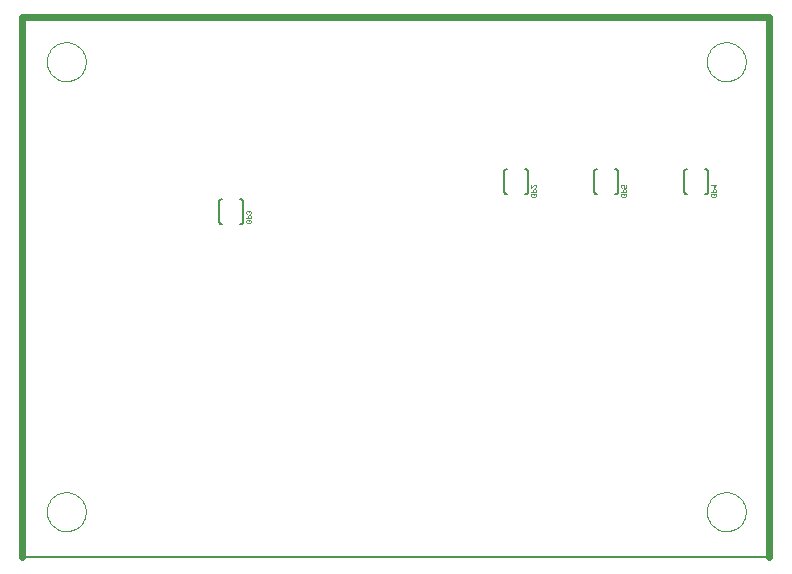
<source format=gbo>
G75*
%MOIN*%
%OFA0B0*%
%FSLAX24Y24*%
%IPPOS*%
%LPD*%
%AMOC8*
5,1,8,0,0,1.08239X$1,22.5*
%
%ADD10C,0.0080*%
%ADD11C,0.0240*%
%ADD12C,0.0000*%
%ADD13C,0.0010*%
D10*
X006373Y004935D02*
X031273Y004935D01*
X029233Y017110D02*
X029233Y017760D01*
X029231Y017777D01*
X029227Y017794D01*
X029220Y017810D01*
X029210Y017824D01*
X029197Y017837D01*
X029183Y017847D01*
X029167Y017854D01*
X029150Y017858D01*
X029133Y017860D01*
X028533Y017860D02*
X028516Y017858D01*
X028499Y017854D01*
X028483Y017847D01*
X028469Y017837D01*
X028456Y017824D01*
X028446Y017810D01*
X028439Y017794D01*
X028435Y017777D01*
X028433Y017760D01*
X028433Y017110D01*
X028435Y017093D01*
X028439Y017076D01*
X028446Y017060D01*
X028456Y017046D01*
X028469Y017033D01*
X028483Y017023D01*
X028499Y017016D01*
X028516Y017012D01*
X028533Y017010D01*
X029133Y017010D02*
X029150Y017012D01*
X029167Y017016D01*
X029183Y017023D01*
X029197Y017033D01*
X029210Y017046D01*
X029220Y017060D01*
X029227Y017076D01*
X029231Y017093D01*
X029233Y017110D01*
X026233Y017110D02*
X026233Y017760D01*
X026231Y017777D01*
X026227Y017794D01*
X026220Y017810D01*
X026210Y017824D01*
X026197Y017837D01*
X026183Y017847D01*
X026167Y017854D01*
X026150Y017858D01*
X026133Y017860D01*
X025533Y017860D02*
X025516Y017858D01*
X025499Y017854D01*
X025483Y017847D01*
X025469Y017837D01*
X025456Y017824D01*
X025446Y017810D01*
X025439Y017794D01*
X025435Y017777D01*
X025433Y017760D01*
X025433Y017110D01*
X025435Y017093D01*
X025439Y017076D01*
X025446Y017060D01*
X025456Y017046D01*
X025469Y017033D01*
X025483Y017023D01*
X025499Y017016D01*
X025516Y017012D01*
X025533Y017010D01*
X026133Y017010D02*
X026150Y017012D01*
X026167Y017016D01*
X026183Y017023D01*
X026197Y017033D01*
X026210Y017046D01*
X026220Y017060D01*
X026227Y017076D01*
X026231Y017093D01*
X026233Y017110D01*
X023233Y017110D02*
X023233Y017760D01*
X023231Y017777D01*
X023227Y017794D01*
X023220Y017810D01*
X023210Y017824D01*
X023197Y017837D01*
X023183Y017847D01*
X023167Y017854D01*
X023150Y017858D01*
X023133Y017860D01*
X022533Y017860D02*
X022516Y017858D01*
X022499Y017854D01*
X022483Y017847D01*
X022469Y017837D01*
X022456Y017824D01*
X022446Y017810D01*
X022439Y017794D01*
X022435Y017777D01*
X022433Y017760D01*
X022433Y017110D01*
X022435Y017093D01*
X022439Y017076D01*
X022446Y017060D01*
X022456Y017046D01*
X022469Y017033D01*
X022483Y017023D01*
X022499Y017016D01*
X022516Y017012D01*
X022533Y017010D01*
X023133Y017010D02*
X023150Y017012D01*
X023167Y017016D01*
X023183Y017023D01*
X023197Y017033D01*
X023210Y017046D01*
X023220Y017060D01*
X023227Y017076D01*
X023231Y017093D01*
X023233Y017110D01*
X013733Y016760D02*
X013733Y016110D01*
X013731Y016093D01*
X013727Y016076D01*
X013720Y016060D01*
X013710Y016046D01*
X013697Y016033D01*
X013683Y016023D01*
X013667Y016016D01*
X013650Y016012D01*
X013633Y016010D01*
X013033Y016010D02*
X013016Y016012D01*
X012999Y016016D01*
X012983Y016023D01*
X012969Y016033D01*
X012956Y016046D01*
X012946Y016060D01*
X012939Y016076D01*
X012935Y016093D01*
X012933Y016110D01*
X012933Y016760D01*
X012935Y016777D01*
X012939Y016794D01*
X012946Y016810D01*
X012956Y016824D01*
X012969Y016837D01*
X012983Y016847D01*
X012999Y016854D01*
X013016Y016858D01*
X013033Y016860D01*
X013633Y016860D02*
X013650Y016858D01*
X013667Y016854D01*
X013683Y016847D01*
X013697Y016837D01*
X013710Y016824D01*
X013720Y016810D01*
X013727Y016794D01*
X013731Y016777D01*
X013733Y016760D01*
D11*
X006373Y022931D02*
X006373Y004935D01*
X006373Y022931D02*
X031273Y022931D01*
X031273Y004935D01*
D12*
X029183Y006435D02*
X029185Y006485D01*
X029191Y006535D01*
X029201Y006585D01*
X029214Y006633D01*
X029231Y006681D01*
X029252Y006727D01*
X029276Y006771D01*
X029304Y006813D01*
X029335Y006853D01*
X029369Y006890D01*
X029406Y006925D01*
X029445Y006956D01*
X029486Y006985D01*
X029530Y007010D01*
X029576Y007032D01*
X029623Y007050D01*
X029671Y007064D01*
X029720Y007075D01*
X029770Y007082D01*
X029820Y007085D01*
X029871Y007084D01*
X029921Y007079D01*
X029971Y007070D01*
X030019Y007058D01*
X030067Y007041D01*
X030113Y007021D01*
X030158Y006998D01*
X030201Y006971D01*
X030241Y006941D01*
X030279Y006908D01*
X030314Y006872D01*
X030347Y006833D01*
X030376Y006792D01*
X030402Y006749D01*
X030425Y006704D01*
X030444Y006657D01*
X030459Y006609D01*
X030471Y006560D01*
X030479Y006510D01*
X030483Y006460D01*
X030483Y006410D01*
X030479Y006360D01*
X030471Y006310D01*
X030459Y006261D01*
X030444Y006213D01*
X030425Y006166D01*
X030402Y006121D01*
X030376Y006078D01*
X030347Y006037D01*
X030314Y005998D01*
X030279Y005962D01*
X030241Y005929D01*
X030201Y005899D01*
X030158Y005872D01*
X030113Y005849D01*
X030067Y005829D01*
X030019Y005812D01*
X029971Y005800D01*
X029921Y005791D01*
X029871Y005786D01*
X029820Y005785D01*
X029770Y005788D01*
X029720Y005795D01*
X029671Y005806D01*
X029623Y005820D01*
X029576Y005838D01*
X029530Y005860D01*
X029486Y005885D01*
X029445Y005914D01*
X029406Y005945D01*
X029369Y005980D01*
X029335Y006017D01*
X029304Y006057D01*
X029276Y006099D01*
X029252Y006143D01*
X029231Y006189D01*
X029214Y006237D01*
X029201Y006285D01*
X029191Y006335D01*
X029185Y006385D01*
X029183Y006435D01*
X029183Y021435D02*
X029185Y021485D01*
X029191Y021535D01*
X029201Y021585D01*
X029214Y021633D01*
X029231Y021681D01*
X029252Y021727D01*
X029276Y021771D01*
X029304Y021813D01*
X029335Y021853D01*
X029369Y021890D01*
X029406Y021925D01*
X029445Y021956D01*
X029486Y021985D01*
X029530Y022010D01*
X029576Y022032D01*
X029623Y022050D01*
X029671Y022064D01*
X029720Y022075D01*
X029770Y022082D01*
X029820Y022085D01*
X029871Y022084D01*
X029921Y022079D01*
X029971Y022070D01*
X030019Y022058D01*
X030067Y022041D01*
X030113Y022021D01*
X030158Y021998D01*
X030201Y021971D01*
X030241Y021941D01*
X030279Y021908D01*
X030314Y021872D01*
X030347Y021833D01*
X030376Y021792D01*
X030402Y021749D01*
X030425Y021704D01*
X030444Y021657D01*
X030459Y021609D01*
X030471Y021560D01*
X030479Y021510D01*
X030483Y021460D01*
X030483Y021410D01*
X030479Y021360D01*
X030471Y021310D01*
X030459Y021261D01*
X030444Y021213D01*
X030425Y021166D01*
X030402Y021121D01*
X030376Y021078D01*
X030347Y021037D01*
X030314Y020998D01*
X030279Y020962D01*
X030241Y020929D01*
X030201Y020899D01*
X030158Y020872D01*
X030113Y020849D01*
X030067Y020829D01*
X030019Y020812D01*
X029971Y020800D01*
X029921Y020791D01*
X029871Y020786D01*
X029820Y020785D01*
X029770Y020788D01*
X029720Y020795D01*
X029671Y020806D01*
X029623Y020820D01*
X029576Y020838D01*
X029530Y020860D01*
X029486Y020885D01*
X029445Y020914D01*
X029406Y020945D01*
X029369Y020980D01*
X029335Y021017D01*
X029304Y021057D01*
X029276Y021099D01*
X029252Y021143D01*
X029231Y021189D01*
X029214Y021237D01*
X029201Y021285D01*
X029191Y021335D01*
X029185Y021385D01*
X029183Y021435D01*
X007183Y021435D02*
X007185Y021485D01*
X007191Y021535D01*
X007201Y021585D01*
X007214Y021633D01*
X007231Y021681D01*
X007252Y021727D01*
X007276Y021771D01*
X007304Y021813D01*
X007335Y021853D01*
X007369Y021890D01*
X007406Y021925D01*
X007445Y021956D01*
X007486Y021985D01*
X007530Y022010D01*
X007576Y022032D01*
X007623Y022050D01*
X007671Y022064D01*
X007720Y022075D01*
X007770Y022082D01*
X007820Y022085D01*
X007871Y022084D01*
X007921Y022079D01*
X007971Y022070D01*
X008019Y022058D01*
X008067Y022041D01*
X008113Y022021D01*
X008158Y021998D01*
X008201Y021971D01*
X008241Y021941D01*
X008279Y021908D01*
X008314Y021872D01*
X008347Y021833D01*
X008376Y021792D01*
X008402Y021749D01*
X008425Y021704D01*
X008444Y021657D01*
X008459Y021609D01*
X008471Y021560D01*
X008479Y021510D01*
X008483Y021460D01*
X008483Y021410D01*
X008479Y021360D01*
X008471Y021310D01*
X008459Y021261D01*
X008444Y021213D01*
X008425Y021166D01*
X008402Y021121D01*
X008376Y021078D01*
X008347Y021037D01*
X008314Y020998D01*
X008279Y020962D01*
X008241Y020929D01*
X008201Y020899D01*
X008158Y020872D01*
X008113Y020849D01*
X008067Y020829D01*
X008019Y020812D01*
X007971Y020800D01*
X007921Y020791D01*
X007871Y020786D01*
X007820Y020785D01*
X007770Y020788D01*
X007720Y020795D01*
X007671Y020806D01*
X007623Y020820D01*
X007576Y020838D01*
X007530Y020860D01*
X007486Y020885D01*
X007445Y020914D01*
X007406Y020945D01*
X007369Y020980D01*
X007335Y021017D01*
X007304Y021057D01*
X007276Y021099D01*
X007252Y021143D01*
X007231Y021189D01*
X007214Y021237D01*
X007201Y021285D01*
X007191Y021335D01*
X007185Y021385D01*
X007183Y021435D01*
X007183Y006435D02*
X007185Y006485D01*
X007191Y006535D01*
X007201Y006585D01*
X007214Y006633D01*
X007231Y006681D01*
X007252Y006727D01*
X007276Y006771D01*
X007304Y006813D01*
X007335Y006853D01*
X007369Y006890D01*
X007406Y006925D01*
X007445Y006956D01*
X007486Y006985D01*
X007530Y007010D01*
X007576Y007032D01*
X007623Y007050D01*
X007671Y007064D01*
X007720Y007075D01*
X007770Y007082D01*
X007820Y007085D01*
X007871Y007084D01*
X007921Y007079D01*
X007971Y007070D01*
X008019Y007058D01*
X008067Y007041D01*
X008113Y007021D01*
X008158Y006998D01*
X008201Y006971D01*
X008241Y006941D01*
X008279Y006908D01*
X008314Y006872D01*
X008347Y006833D01*
X008376Y006792D01*
X008402Y006749D01*
X008425Y006704D01*
X008444Y006657D01*
X008459Y006609D01*
X008471Y006560D01*
X008479Y006510D01*
X008483Y006460D01*
X008483Y006410D01*
X008479Y006360D01*
X008471Y006310D01*
X008459Y006261D01*
X008444Y006213D01*
X008425Y006166D01*
X008402Y006121D01*
X008376Y006078D01*
X008347Y006037D01*
X008314Y005998D01*
X008279Y005962D01*
X008241Y005929D01*
X008201Y005899D01*
X008158Y005872D01*
X008113Y005849D01*
X008067Y005829D01*
X008019Y005812D01*
X007971Y005800D01*
X007921Y005791D01*
X007871Y005786D01*
X007820Y005785D01*
X007770Y005788D01*
X007720Y005795D01*
X007671Y005806D01*
X007623Y005820D01*
X007576Y005838D01*
X007530Y005860D01*
X007486Y005885D01*
X007445Y005914D01*
X007406Y005945D01*
X007369Y005980D01*
X007335Y006017D01*
X007304Y006057D01*
X007276Y006099D01*
X007252Y006143D01*
X007231Y006189D01*
X007214Y006237D01*
X007201Y006285D01*
X007191Y006335D01*
X007185Y006385D01*
X007183Y006435D01*
D13*
X013863Y016065D02*
X013838Y016090D01*
X013838Y016140D01*
X013863Y016165D01*
X013913Y016165D01*
X013913Y016115D01*
X013963Y016065D02*
X013863Y016065D01*
X013963Y016065D02*
X013988Y016090D01*
X013988Y016140D01*
X013963Y016165D01*
X013988Y016212D02*
X013988Y016287D01*
X013963Y016312D01*
X013913Y016312D01*
X013888Y016287D01*
X013888Y016212D01*
X013838Y016212D02*
X013988Y016212D01*
X013963Y016360D02*
X013988Y016385D01*
X013988Y016435D01*
X013963Y016460D01*
X013938Y016460D01*
X013913Y016435D01*
X013888Y016460D01*
X013863Y016460D01*
X013838Y016435D01*
X013838Y016385D01*
X013863Y016360D01*
X013913Y016410D02*
X013913Y016435D01*
X023338Y016965D02*
X023338Y017015D01*
X023363Y017040D01*
X023413Y017040D01*
X023413Y016990D01*
X023363Y016940D02*
X023338Y016965D01*
X023363Y016940D02*
X023463Y016940D01*
X023488Y016965D01*
X023488Y017015D01*
X023463Y017040D01*
X023488Y017087D02*
X023338Y017087D01*
X023388Y017087D02*
X023388Y017162D01*
X023413Y017187D01*
X023463Y017187D01*
X023488Y017162D01*
X023488Y017087D01*
X023463Y017235D02*
X023488Y017260D01*
X023488Y017310D01*
X023463Y017335D01*
X023438Y017335D01*
X023338Y017235D01*
X023338Y017335D01*
X026338Y017310D02*
X026338Y017260D01*
X026363Y017235D01*
X026413Y017235D02*
X026438Y017285D01*
X026438Y017310D01*
X026413Y017335D01*
X026363Y017335D01*
X026338Y017310D01*
X026413Y017235D02*
X026488Y017235D01*
X026488Y017335D01*
X026463Y017187D02*
X026413Y017187D01*
X026388Y017162D01*
X026388Y017087D01*
X026338Y017087D02*
X026488Y017087D01*
X026488Y017162D01*
X026463Y017187D01*
X026463Y017040D02*
X026488Y017015D01*
X026488Y016965D01*
X026463Y016940D01*
X026363Y016940D01*
X026338Y016965D01*
X026338Y017015D01*
X026363Y017040D01*
X026413Y017040D01*
X026413Y016990D01*
X029338Y016965D02*
X029338Y017015D01*
X029363Y017040D01*
X029413Y017040D01*
X029413Y016990D01*
X029363Y016940D02*
X029338Y016965D01*
X029363Y016940D02*
X029463Y016940D01*
X029488Y016965D01*
X029488Y017015D01*
X029463Y017040D01*
X029488Y017087D02*
X029338Y017087D01*
X029388Y017087D02*
X029388Y017162D01*
X029413Y017187D01*
X029463Y017187D01*
X029488Y017162D01*
X029488Y017087D01*
X029413Y017235D02*
X029413Y017335D01*
X029338Y017310D02*
X029488Y017310D01*
X029413Y017235D01*
M02*

</source>
